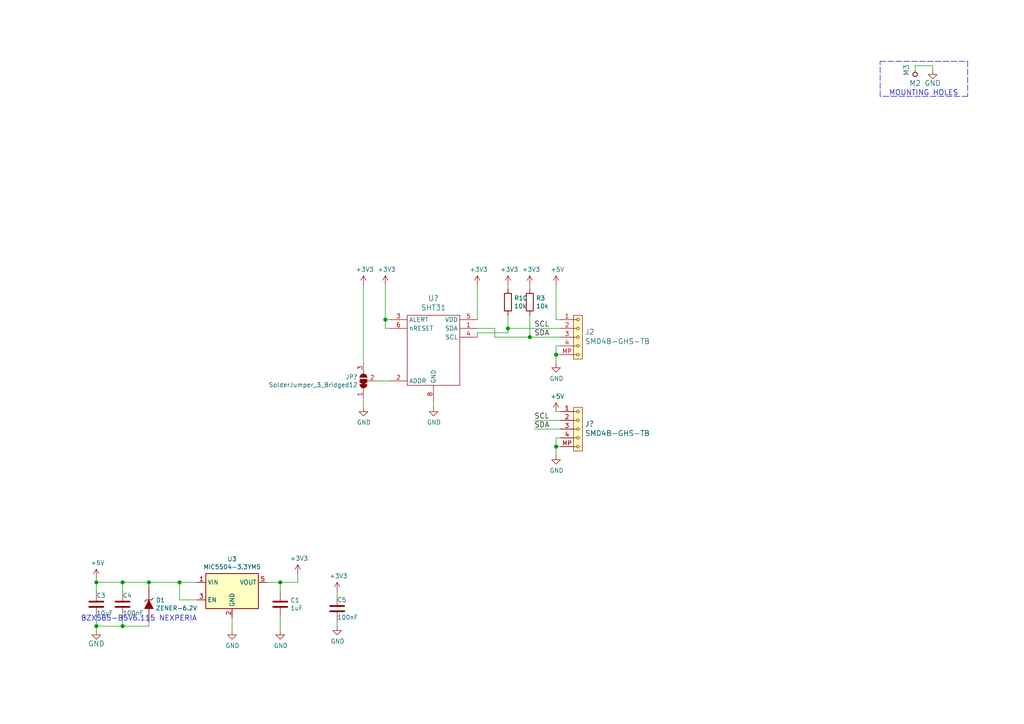
<source format=kicad_sch>
(kicad_sch (version 20210126) (generator eeschema)
  (paper "A4")
  (title_block (title "TFHT01A") (date "2021-04-05") (company "ThunderFly s.r.o.") (comment 1 "Humidity and Temperature \\n sensor \\n ") (comment 2 "Jacho  <info@thunderfly.cz>"))
  (lib_symbols
    (symbol "Device:C" (pin_numbers hide) (pin_names (offset 0.254))
      (property "Reference" "C" (at 0.635 2.54 0))
      (property "Value" "C" (at 0.635 -2.54 0))
      (symbol "C_0_1"
        (polyline (pts (xy -2.032 -0.762) (xy 2.032 -0.762)) (stroke (width 0.508)))
        (polyline (pts (xy -2.032 0.762) (xy 2.032 0.762)) (stroke (width 0.508)))
      )
      (symbol "C_1_1"
        (pin passive line (at 0 3.81 270) (length 2.794) (name "~") (number "1"))
        (pin passive line (at 0 -3.81 90) (length 2.794) (name "~") (number "2"))
      )
    )
    (symbol "Device:R" (pin_numbers hide) (pin_names (offset 0))
      (property "Reference" "R" (at 2.032 0 90))
      (property "Value" "R" (at 0 0 90))
      (symbol "R_0_1"
        (rectangle (start -1.016 -2.54) (end 1.016 2.54) (stroke (width 0.254)))
      )
      (symbol "R_1_1"
        (pin passive line (at 0 3.81 270) (length 1.27) (name "~") (number "1"))
        (pin passive line (at 0 -3.81 90) (length 1.27) (name "~") (number "2"))
      )
    )
    (symbol "Jumper:SolderJumper_3_Bridged12" (pin_names (offset 0) hide)
      (property "Reference" "JP" (at -2.54 -2.54 0))
      (property "Value" "SolderJumper_3_Bridged12" (at 0 2.794 0))
      (symbol "SolderJumper_3_Bridged12_0_1"
        (arc (start -1.016 1.016) (end -1.016 -1.016) (radius (at -1.016 0) (length 1.016) (angles 90.1 -90.1)))
        (arc (start 1.016 -1.016) (end 1.016 1.016) (radius (at 1.016 0) (length 1.016) (angles -89.9 89.9)))
        (arc (start -1.016 1.016) (end -1.016 -1.016) (radius (at -1.016 0) (length 1.016) (angles 90.1 -90.1)) (fill (type outline)))
        (arc (start 1.016 -1.016) (end 1.016 1.016) (radius (at 1.016 0) (length 1.016) (angles -89.9 89.9)) (fill (type outline)))
        (rectangle (start -1.016 0.508) (end -0.508 -0.508) (fill (type outline)))
        (rectangle (start -0.508 1.016) (end 0.508 -1.016) (fill (type outline)))
        (polyline (pts (xy -2.54 0) (xy -2.032 0)))
        (polyline (pts (xy -1.016 1.016) (xy -1.016 -1.016)))
        (polyline (pts (xy 0 -1.27) (xy 0 -1.016)))
        (polyline (pts (xy 1.016 1.016) (xy 1.016 -1.016)))
        (polyline (pts (xy 2.54 0) (xy 2.032 0)))
      )
      (symbol "SolderJumper_3_Bridged12_1_1"
        (pin passive line (at -5.08 0 0) (length 2.54) (name "A") (number "1"))
        (pin input line (at 0 -3.81 90) (length 2.54) (name "C") (number "2"))
        (pin passive line (at 5.08 0 180) (length 2.54) (name "B") (number "3"))
      )
    )
    (symbol "MLAB_CONNECTORS_JST:SM04B-GHS-TB" (pin_names (offset 1.016))
      (property "Reference" "J" (at 0 -7.62 0))
      (property "Value" "SM04B-GHS-TB" (at 0 7.62 0))
      (symbol "SM04B-GHS-TB_0_1"
        (circle (center 0 -5.08) (radius 0.381))
        (circle (center 0 -2.54) (radius 0.381))
        (circle (center 0 0) (radius 0.381))
        (circle (center 0 2.54) (radius 0.381))
        (circle (center 0 5.08) (radius 0.381))
        (rectangle (start -1.27 6.35) (end 1.27 -6.35) (fill (type background)))
        (polyline (pts (xy -1.27 -5.08) (xy -0.381 -5.08)))
        (polyline (pts (xy -1.27 -2.54) (xy -0.381 -2.54)))
        (polyline (pts (xy -1.27 0) (xy -0.381 0)))
        (polyline (pts (xy -1.27 2.54) (xy -0.381 2.54)))
        (polyline (pts (xy -1.27 5.08) (xy -0.381 5.08)))
      )
      (symbol "SM04B-GHS-TB_1_1"
        (pin input line (at -5.08 5.08 0) (length 3.81) (name "~") (number "1"))
        (pin input line (at -5.08 2.54 0) (length 3.81) (name "~") (number "2"))
        (pin input line (at -5.08 0 0) (length 3.81) (name "~") (number "3"))
        (pin input line (at -5.08 -2.54 0) (length 3.81) (name "~") (number "4"))
        (pin input line (at -5.08 -5.08 0) (length 3.81) (name "~") (number "MP"))
      )
    )
    (symbol "MLAB_D:D_ZENER" (pin_numbers hide) (pin_names (offset 1.016) hide)
      (property "Reference" "D" (at 0 2.54 0))
      (property "Value" "D_ZENER" (at 0 -2.54 0))
      (symbol "D_ZENER_0_1"
        (polyline (pts (xy -1.778 1.27) (xy -1.27 0.762) (xy -1.27 -0.762) (xy -0.762 -1.27) (xy -0.762 -1.27)) (stroke (width 0.2032)))
        (polyline (pts (xy -1.27 0) (xy 1.27 1.27) (xy 1.27 -1.27) (xy -1.27 0) (xy -1.27 0)) (fill (type outline)))
      )
      (symbol "D_ZENER_1_1"
        (pin passive line (at -5.08 0 0) (length 3.81) (name "K") (number "1"))
        (pin passive line (at 5.08 0 180) (length 3.81) (name "A") (number "2"))
      )
    )
    (symbol "MLAB_IO:SHT31"
      (property "Reference" "U" (at -6.35 12.7 0))
      (property "Value" "SHT31" (at 0 0 0))
      (symbol "SHT31_0_1"
        (rectangle (start -8.89 11.43) (end 6.35 -8.89))
      )
      (symbol "SHT31_1_1"
        (pin unspecified line (at 11.43 7.62 180) (length 5.08) (name "SDA") (number "1"))
        (pin unspecified line (at -13.97 -7.62 0) (length 5.08) (name "ADDR") (number "2"))
        (pin unspecified line (at -13.97 10.16 0) (length 5.08) (name "ALERT") (number "3"))
        (pin unspecified line (at 11.43 5.08 180) (length 5.08) (name "SCL") (number "4"))
        (pin unspecified line (at 11.43 10.16 180) (length 5.08) (name "VDD") (number "5"))
        (pin unspecified line (at -13.97 7.62 0) (length 5.08) (name "nRESET") (number "6"))
        (pin unspecified line (at -1.27 -13.97 90) (length 5.08) hide (name "GND") (number "7"))
        (pin unspecified line (at -1.27 -13.97 90) (length 5.08) (name "GND") (number "8"))
        (pin unspecified line (at -1.27 -13.97 90) (length 5.08) hide (name "GND") (number "9"))
      )
    )
    (symbol "MLAB_MECHANICAL:HOLE" (pin_numbers hide) (pin_names (offset 1.016) hide)
      (property "Reference" "M" (at 0 2.54 0))
      (property "Value" "HOLE" (at 0 -2.54 0))
      (symbol "HOLE_0_1"
        (circle (center 0 0) (radius 0.635) (stroke (width 0.254)))
      )
      (symbol "HOLE_1_1"
        (pin input line (at 1.27 0 180) (length 0.635) (name "~") (number "1"))
      )
    )
    (symbol "Regulator_Linear:MIC5504-3.3YM5"
      (property "Reference" "U" (at -7.62 8.89 0))
      (property "Value" "MIC5504-3.3YM5" (at -7.62 6.35 0))
      (symbol "MIC5504-3.3YM5_0_1"
        (rectangle (start -7.62 -5.08) (end 7.62 5.08) (stroke (width 0.254)) (fill (type background)))
      )
      (symbol "MIC5504-3.3YM5_1_1"
        (pin power_in line (at -10.16 2.54 0) (length 2.54) (name "VIN") (number "1"))
        (pin power_in line (at 0 -7.62 90) (length 2.54) (name "GND") (number "2"))
        (pin input line (at -10.16 -2.54 0) (length 2.54) (name "EN") (number "3"))
        (pin no_connect line (at 7.62 -2.54 180) (length 2.54) hide (name "NC") (number "4"))
        (pin power_out line (at 10.16 2.54 180) (length 2.54) (name "VOUT") (number "5"))
      )
    )
    (symbol "power:+3V3" (power) (pin_names (offset 0))
      (property "Value" "+3V3" (at 0 3.556 0))
      (symbol "+3V3_0_1"
        (polyline (pts (xy -0.762 1.27) (xy 0 2.54)))
        (polyline (pts (xy 0 0) (xy 0 2.54)))
        (polyline (pts (xy 0 2.54) (xy 0.762 1.27)))
      )
      (symbol "+3V3_1_1"
        (pin power_in line (at 0 0 90) (length 0) hide (name "+3V3") (number "1"))
      )
    )
    (symbol "power:+5V" (power) (pin_names (offset 0))
      (property "Value" "+5V" (at 0 3.556 0))
      (symbol "+5V_0_1"
        (polyline (pts (xy -0.762 1.27) (xy 0 2.54)))
        (polyline (pts (xy 0 0) (xy 0 2.54)))
        (polyline (pts (xy 0 2.54) (xy 0.762 1.27)))
      )
      (symbol "+5V_1_1"
        (pin power_in line (at 0 0 90) (length 0) hide (name "+5V") (number "1"))
      )
    )
    (symbol "power:GND" (power) (pin_names (offset 0))
      (property "Value" "GND" (at 0 -3.81 0))
      (symbol "GND_0_1"
        (polyline (pts (xy 0 0) (xy 0 -1.27) (xy 1.27 -1.27) (xy 0 -2.54) (xy -1.27 -1.27) (xy 0 -1.27)))
      )
      (symbol "GND_1_1"
        (pin power_in line (at 0 0 270) (length 0) hide (name "GND") (number "1"))
      )
    )
  )
  (junction (at 27.94 168.91) (diameter 1.016))
  (junction (at 27.94 181.61) (diameter 1.016))
  (junction (at 35.56 168.91) (diameter 1.016))
  (junction (at 35.56 181.61) (diameter 1.016))
  (junction (at 43.18 168.91) (diameter 1.016))
  (junction (at 52.07 168.91) (diameter 1.016))
  (junction (at 81.28 168.91) (diameter 1.016))
  (junction (at 111.76 92.71) (diameter 1.016))
  (junction (at 147.32 95.25) (diameter 1.016))
  (junction (at 153.67 97.79) (diameter 1.016))
  (junction (at 161.29 102.87) (diameter 1.016))
  (junction (at 161.29 129.54) (diameter 1.016))
  (wire (pts (xy 27.94 167.64) (xy 27.94 168.91)))
  (wire (pts (xy 27.94 168.91) (xy 35.56 168.91)))
  (wire (pts (xy 27.94 171.45) (xy 27.94 168.91)))
  (wire (pts (xy 27.94 179.07) (xy 27.94 181.61)))
  (wire (pts (xy 27.94 181.61) (xy 27.94 182.88)))
  (wire (pts (xy 27.94 181.61) (xy 35.56 181.61)))
  (wire (pts (xy 35.56 168.91) (xy 43.18 168.91)))
  (wire (pts (xy 35.56 171.45) (xy 35.56 168.91)))
  (wire (pts (xy 35.56 179.07) (xy 35.56 181.61)))
  (wire (pts (xy 35.56 181.61) (xy 43.18 181.61)))
  (wire (pts (xy 43.18 168.91) (xy 52.07 168.91)))
  (wire (pts (xy 43.18 170.18) (xy 43.18 168.91)))
  (wire (pts (xy 43.18 180.34) (xy 43.18 181.61)))
  (wire (pts (xy 52.07 173.99) (xy 52.07 168.91)))
  (wire (pts (xy 57.15 168.91) (xy 52.07 168.91)))
  (wire (pts (xy 57.15 173.99) (xy 52.07 173.99)))
  (wire (pts (xy 67.31 179.07) (xy 67.31 182.88)))
  (wire (pts (xy 77.47 168.91) (xy 81.28 168.91)))
  (wire (pts (xy 81.28 168.91) (xy 81.28 171.45)))
  (wire (pts (xy 81.28 168.91) (xy 86.36 168.91)))
  (wire (pts (xy 81.28 179.07) (xy 81.28 182.88)))
  (wire (pts (xy 86.36 168.91) (xy 86.36 166.37)))
  (wire (pts (xy 97.79 171.45) (xy 97.79 172.72)))
  (wire (pts (xy 97.79 180.34) (xy 97.79 181.61)))
  (wire (pts (xy 105.41 82.55) (xy 105.41 105.41)))
  (wire (pts (xy 105.41 115.57) (xy 105.41 118.11)))
  (wire (pts (xy 109.22 110.49) (xy 113.03 110.49)))
  (wire (pts (xy 111.76 82.55) (xy 111.76 92.71)))
  (wire (pts (xy 111.76 92.71) (xy 111.76 95.25)))
  (wire (pts (xy 111.76 92.71) (xy 113.03 92.71)))
  (wire (pts (xy 111.76 95.25) (xy 113.03 95.25)))
  (wire (pts (xy 125.73 116.84) (xy 125.73 118.11)))
  (wire (pts (xy 138.43 82.55) (xy 138.43 92.71)))
  (wire (pts (xy 138.43 95.25) (xy 143.51 95.25)))
  (wire (pts (xy 138.43 96.52) (xy 138.43 97.79)))
  (wire (pts (xy 143.51 95.25) (xy 143.51 97.79)))
  (wire (pts (xy 143.51 97.79) (xy 153.67 97.79)))
  (wire (pts (xy 147.32 82.55) (xy 147.32 83.82)))
  (wire (pts (xy 147.32 91.44) (xy 147.32 95.25)))
  (wire (pts (xy 147.32 95.25) (xy 147.32 96.52)))
  (wire (pts (xy 147.32 95.25) (xy 162.56 95.25)))
  (wire (pts (xy 147.32 96.52) (xy 138.43 96.52)))
  (wire (pts (xy 153.67 82.55) (xy 153.67 83.82)))
  (wire (pts (xy 153.67 91.44) (xy 153.67 97.79)))
  (wire (pts (xy 153.67 97.79) (xy 162.56 97.79)))
  (wire (pts (xy 154.94 121.92) (xy 162.56 121.92)))
  (wire (pts (xy 154.94 124.46) (xy 162.56 124.46)))
  (wire (pts (xy 161.29 82.55) (xy 161.29 92.71)))
  (wire (pts (xy 161.29 92.71) (xy 162.56 92.71)))
  (wire (pts (xy 161.29 100.33) (xy 161.29 102.87)))
  (wire (pts (xy 161.29 102.87) (xy 161.29 105.41)))
  (wire (pts (xy 161.29 119.38) (xy 162.56 119.38)))
  (wire (pts (xy 161.29 127) (xy 161.29 129.54)))
  (wire (pts (xy 161.29 129.54) (xy 161.29 132.08)))
  (wire (pts (xy 162.56 100.33) (xy 161.29 100.33)))
  (wire (pts (xy 162.56 102.87) (xy 161.29 102.87)))
  (wire (pts (xy 162.56 127) (xy 161.29 127)))
  (wire (pts (xy 162.56 129.54) (xy 161.29 129.54)))
  (wire (pts (xy 265.43 20.32) (xy 265.43 19.05)))
  (wire (pts (xy 270.51 19.05) (xy 265.43 19.05)))
  (wire (pts (xy 270.51 20.32) (xy 270.51 19.05)))
  (polyline (pts (xy 255.27 17.78) (xy 280.67 17.78)) (stroke (width 0) (type dash)))
  (polyline (pts (xy 255.27 27.94) (xy 255.27 17.78)) (stroke (width 0) (type dash)))
  (polyline (pts (xy 280.67 17.78) (xy 280.67 27.94)) (stroke (width 0) (type dash)))
  (polyline (pts (xy 280.67 27.94) (xy 255.27 27.94)) (stroke (width 0) (type dash)))
  (text "BZX585-B5V6.115 NEXPERIA" (at 57.15 180.34 180) (effects (font (size 1.524 1.524)) (justify right bottom)))
  (text "MOUNTING HOLES" (at 257.81 27.94 0) (effects (font (size 1.524 1.524)) (justify left bottom)))
  (label "SCL" (at 154.94 95.25 0) (effects (font (size 1.524 1.524))))
  (label "SDA" (at 154.94 97.79 0) (effects (font (size 1.524 1.524))))
  (label "SCL" (at 154.94 121.92 0) (effects (font (size 1.524 1.524))))
  (label "SDA" (at 154.94 124.46 0) (effects (font (size 1.524 1.524))))
  (symbol (lib_id "MLAB_MECHANICAL:HOLE") (at 265.43 21.59 90) (unit 1)
    (property "Reference" "M2" (at 265.43 24.13 90) (effects (font (size 1.524 1.524))))
    (property "Value" "M3" (at 262.89 20.32 0) (effects (font (size 1.524 1.524))))
    (property "Footprint" "Mlab_Mechanical:MountingHole_3mm" (effects hide))
  )
  (symbol (lib_id "power:+5V") (at 27.94 167.64 0) (unit 1)
    (property "Reference" "#PWR0105" (effects hide))
    (property "Value" "+5V" (at 28.321 163.2458 0))
  )
  (symbol (lib_id "power:+3V3") (at 86.36 166.37 0) (unit 1)
    (property "Reference" "#PWR0112" (effects hide))
    (property "Value" "+3V3" (at 86.741 161.9758 0))
  )
  (symbol (lib_id "power:+3V3") (at 97.79 171.45 0) (unit 1)
    (property "Reference" "#PWR0117" (effects hide))
    (property "Value" "+3V3" (at 98.171 167.0558 0))
  )
  (symbol (lib_id "power:+3V3") (at 105.41 82.55 0) (unit 1)
    (property "Reference" "#PWR?" (effects hide))
    (property "Value" "+3V3" (at 105.791 78.1558 0))
  )
  (symbol (lib_id "power:+3V3") (at 111.76 82.55 0) (unit 1)
    (property "Reference" "#PWR?" (effects hide))
    (property "Value" "+3V3" (at 112.141 78.1558 0))
  )
  (symbol (lib_id "power:+3V3") (at 138.43 82.55 0) (unit 1)
    (property "Reference" "#PWR?" (effects hide))
    (property "Value" "+3V3" (at 138.811 78.1558 0))
  )
  (symbol (lib_id "power:+3V3") (at 147.32 82.55 0) (unit 1)
    (property "Reference" "#PWR0107" (effects hide))
    (property "Value" "+3V3" (at 147.701 78.1558 0))
  )
  (symbol (lib_id "power:+3V3") (at 153.67 82.55 0) (unit 1)
    (property "Reference" "#PWR0108" (effects hide))
    (property "Value" "+3V3" (at 154.051 78.1558 0))
  )
  (symbol (lib_id "power:+5V") (at 161.29 82.55 0) (unit 1)
    (property "Reference" "#PWR0109" (effects hide))
    (property "Value" "+5V" (at 161.671 78.1558 0))
  )
  (symbol (lib_id "power:+5V") (at 161.29 119.38 0) (unit 1)
    (property "Reference" "#PWR?" (effects hide))
    (property "Value" "+5V" (at 161.671 114.9858 0))
  )
  (symbol (lib_id "power:GND") (at 27.94 182.88 0) (unit 1)
    (property "Reference" "#PWR012" (effects hide))
    (property "Value" "GND" (at 27.94 186.69 0) (effects (font (size 1.524 1.524))))
  )
  (symbol (lib_id "power:GND") (at 67.31 182.88 0) (unit 1)
    (property "Reference" "#PWR0113" (effects hide))
    (property "Value" "GND" (at 67.437 187.2742 0))
  )
  (symbol (lib_id "power:GND") (at 81.28 182.88 0) (unit 1)
    (property "Reference" "#PWR0114" (effects hide))
    (property "Value" "GND" (at 81.407 187.2742 0))
  )
  (symbol (lib_id "power:GND") (at 97.79 181.61 0) (unit 1)
    (property "Reference" "#PWR0118" (effects hide))
    (property "Value" "GND" (at 97.917 186.0042 0))
  )
  (symbol (lib_id "power:GND") (at 105.41 118.11 0) (unit 1)
    (property "Reference" "#PWR?" (effects hide))
    (property "Value" "GND" (at 105.537 122.5042 0))
  )
  (symbol (lib_id "power:GND") (at 125.73 118.11 0) (unit 1)
    (property "Reference" "#PWR?" (effects hide))
    (property "Value" "GND" (at 125.857 122.5042 0))
  )
  (symbol (lib_id "power:GND") (at 161.29 105.41 0) (unit 1)
    (property "Reference" "#PWR09" (effects hide))
    (property "Value" "GND" (at 161.417 109.8042 0))
  )
  (symbol (lib_id "power:GND") (at 161.29 132.08 0) (unit 1)
    (property "Reference" "#PWR?" (effects hide))
    (property "Value" "GND" (at 161.417 136.4742 0))
  )
  (symbol (lib_id "power:GND") (at 270.51 20.32 0) (unit 1)
    (property "Reference" "#PWR013" (effects hide))
    (property "Value" "GND" (at 270.51 24.13 0) (effects (font (size 1.524 1.524))))
  )
  (symbol (lib_id "Device:R") (at 147.32 87.63 0) (unit 1)
    (property "Reference" "R10" (at 149.098 86.462 0) (effects (justify left)))
    (property "Value" "10k" (at 149.098 88.773 0) (effects (justify left)))
    (property "Footprint" "Mlab_R:SMD-0603" (effects hide))
    (property "UST_ID" "5c70984612875079b91f899f" (effects hide))
  )
  (symbol (lib_id "Device:R") (at 153.67 87.63 0) (unit 1)
    (property "Reference" "R3" (at 155.448 86.4616 0) (effects (justify left)))
    (property "Value" "10k" (at 155.448 88.773 0) (effects (justify left)))
    (property "Footprint" "Mlab_R:SMD-0603" (effects hide))
    (property "UST_ID" "5c70984612875079b91f899f" (effects hide))
  )
  (symbol (lib_id "MLAB_D:D_ZENER") (at 43.18 175.26 270) (unit 1)
    (property "Reference" "D1" (at 45.1866 174.0916 90) (effects (justify left)))
    (property "Value" "ZENER-6.2V" (at 45.187 176.403 90) (effects (justify left)))
    (property "Footprint" "Mlab_D:Diode-MiniMELF_Standard" (effects hide))
    (property "UST_ID" "604b0326128750769e5b0f93" (effects hide))
  )
  (symbol (lib_id "Device:C") (at 27.94 175.26 0) (unit 1)
    (property "Reference" "C3" (at 27.94 172.72 0) (effects (justify left)))
    (property "Value" "10uF" (at 27.94 177.8 0) (effects (justify left)))
    (property "Footprint" "Mlab_R:SMD-0805" (effects hide))
    (property "UST_ID" "5c70984812875079b91f8bbd" (effects hide))
  )
  (symbol (lib_id "Device:C") (at 35.56 175.26 0) (unit 1)
    (property "Reference" "C4" (at 35.56 172.72 0) (effects (justify left)))
    (property "Value" "100nF" (at 35.56 177.8 0) (effects (justify left)))
    (property "Footprint" "Mlab_R:SMD-0603" (effects hide))
    (property "UST_ID" "5c70984812875079b91f8bf2" (effects hide))
  )
  (symbol (lib_id "Device:C") (at 81.28 175.26 0) (unit 1)
    (property "Reference" "C1" (at 84.201 174.0916 0) (effects (justify left)))
    (property "Value" "1uF" (at 84.201 176.403 0) (effects (justify left)))
    (property "Footprint" "Mlab_R:SMD-0603" (effects hide))
    (property "UST_ID" "5c70984812875079b91f8bc2" (effects hide))
  )
  (symbol (lib_id "Device:C") (at 97.79 176.53 0) (unit 1)
    (property "Reference" "C5" (at 97.79 173.99 0) (effects (justify left)))
    (property "Value" "100nF" (at 97.79 179.07 0) (effects (justify left)))
    (property "Footprint" "Mlab_R:SMD-0603" (effects hide))
    (property "UST_ID" "5c70984812875079b91f8bf2" (effects hide))
  )
  (symbol (lib_id "Jumper:SolderJumper_3_Bridged12") (at 105.41 110.49 90) (unit 1)
    (property "Reference" "JP?" (at 103.759 109.3406 90) (effects (justify left)))
    (property "Value" "SolderJumper_3_Bridged12" (at 103.759 111.6393 90) (effects (justify left)))
    (property "Footprint" "Jumper:SolderJumper-3_P1.3mm_Bridged12_RoundedPad1.0x1.5mm" (effects hide))
  )
  (symbol (lib_id "MLAB_CONNECTORS_JST:SM04B-GHS-TB") (at 167.64 97.79 0) (unit 1)
    (property "Reference" "J2" (at 169.6212 96.2914 0) (effects (font (size 1.524 1.524)) (justify left)))
    (property "Value" "SM04B-GHS-TB" (at 169.6212 99.0092 0) (effects (font (size 1.524 1.524)) (justify left)))
    (property "Footprint" "Connector_JST:JST_GH_SM04B-GHS-TB_1x04-1MP_P1.25mm_Horizontal" (effects hide))
    (property "UST_ID" "5c86273d1287500b4e0280be" (effects hide))
  )
  (symbol (lib_id "MLAB_CONNECTORS_JST:SM04B-GHS-TB") (at 167.64 124.46 0) (unit 1)
    (property "Reference" "J?" (at 169.6212 122.9614 0) (effects (font (size 1.524 1.524)) (justify left)))
    (property "Value" "SM04B-GHS-TB" (at 169.6212 125.6792 0) (effects (font (size 1.524 1.524)) (justify left)))
    (property "Footprint" "Connector_JST:JST_GH_SM04B-GHS-TB_1x04-1MP_P1.25mm_Horizontal" (effects hide))
    (property "UST_ID" "5c86273d1287500b4e0280be" (effects hide))
  )
  (symbol (lib_id "Regulator_Linear:MIC5504-3.3YM5") (at 67.31 171.45 0) (unit 1)
    (property "Reference" "U3" (at 67.31 162.1282 0))
    (property "Value" "MIC5504-3.3YM5" (at 67.31 164.4396 0))
    (property "Footprint" "Package_TO_SOT_SMD:SOT-23-5" (effects hide))
    (property "Datasheet" "http://ww1.microchip.com/downloads/en/DeviceDoc/MIC550X.pdf" (effects hide))
    (property "UST_ID" "5c7255e81287500b4e112ea2" (effects hide))
  )
  (symbol (lib_id "MLAB_IO:SHT31") (at 127 102.87 0) (unit 1)
    (property "Reference" "U?" (at 125.73 86.5149 0) (effects (font (size 1.524 1.524))))
    (property "Value" "SHT31" (at 125.73 89.2225 0) (effects (font (size 1.524 1.524))))
  )
)
</source>
